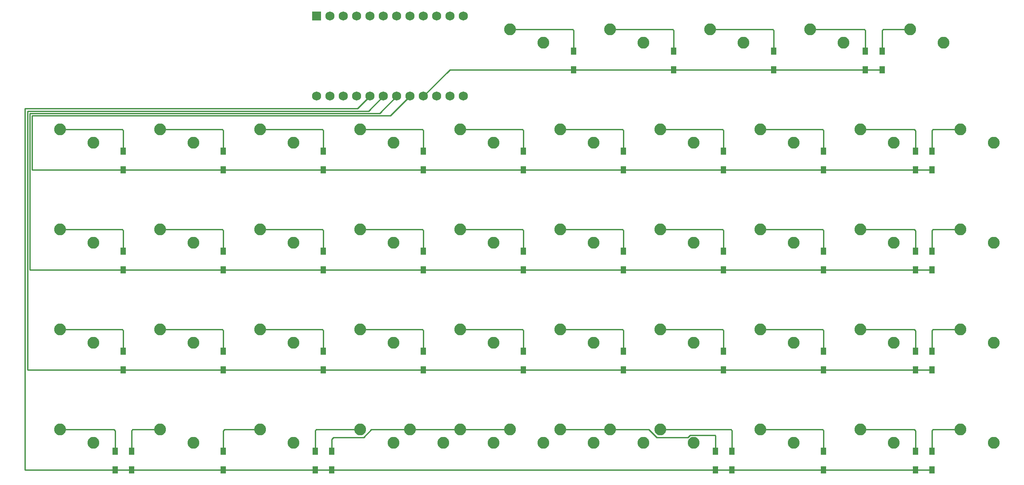
<source format=gtl>
G04 #@! TF.GenerationSoftware,KiCad,Pcbnew,(5.1.4)-1*
G04 #@! TF.CreationDate,2021-09-01T11:25:30-10:00*
G04 #@! TF.ProjectId,oya45,6f796134-352e-46b6-9963-61645f706362,rev?*
G04 #@! TF.SameCoordinates,Original*
G04 #@! TF.FileFunction,Copper,L1,Top*
G04 #@! TF.FilePolarity,Positive*
%FSLAX46Y46*%
G04 Gerber Fmt 4.6, Leading zero omitted, Abs format (unit mm)*
G04 Created by KiCad (PCBNEW (5.1.4)-1) date 2021-09-01 11:25:30*
%MOMM*%
%LPD*%
G04 APERTURE LIST*
%ADD10C,2.250000*%
%ADD11R,1.000000X1.400000*%
%ADD12R,1.752600X1.752600*%
%ADD13C,1.752600*%
%ADD14C,0.254000*%
G04 APERTURE END LIST*
D10*
X99060000Y-111760000D03*
X92710000Y-109220000D03*
X175260000Y-111760000D03*
X168910000Y-109220000D03*
X146685000Y-35560000D03*
X140335000Y-33020000D03*
D11*
X211137500Y-37118750D03*
X211137500Y-40668750D03*
X207962500Y-37118750D03*
X207962500Y-40668750D03*
X190500000Y-37118750D03*
X190500000Y-40668750D03*
X171450000Y-37118750D03*
X171450000Y-40668750D03*
X152400000Y-37118750D03*
X152400000Y-40668750D03*
X220662500Y-113318750D03*
X220662500Y-116868750D03*
X217487500Y-113318750D03*
X217487500Y-116868750D03*
X200025000Y-113318750D03*
X200025000Y-116868750D03*
X182562500Y-113318750D03*
X182562500Y-116868750D03*
X179387500Y-113318750D03*
X179387500Y-116868750D03*
X106362500Y-113318750D03*
X106362500Y-116868750D03*
X103187500Y-113318750D03*
X103187500Y-116868750D03*
X85725000Y-113318750D03*
X85725000Y-116868750D03*
X68262500Y-113318750D03*
X68262500Y-116868750D03*
X65087500Y-113318750D03*
X65087500Y-116868750D03*
X220662500Y-94268750D03*
X220662500Y-97818750D03*
X217487500Y-94268750D03*
X217487500Y-97818750D03*
X200025000Y-94268750D03*
X200025000Y-97818750D03*
X180975000Y-94268750D03*
X180975000Y-97818750D03*
X161925000Y-94268750D03*
X161925000Y-97818750D03*
X142875000Y-94268750D03*
X142875000Y-97818750D03*
X123825000Y-94268750D03*
X123825000Y-97818750D03*
X104775000Y-94268750D03*
X104775000Y-97818750D03*
X85725000Y-94268750D03*
X85725000Y-97818750D03*
X66675000Y-94268750D03*
X66675000Y-97818750D03*
X220662500Y-75218750D03*
X220662500Y-78768750D03*
X217487500Y-75218750D03*
X217487500Y-78768750D03*
X200025000Y-75218750D03*
X200025000Y-78768750D03*
X180975000Y-75218750D03*
X180975000Y-78768750D03*
X161925000Y-75218750D03*
X161925000Y-78768750D03*
X142875000Y-75218750D03*
X142875000Y-78768750D03*
X123825000Y-75218750D03*
X123825000Y-78768750D03*
X104775000Y-75218750D03*
X104775000Y-78768750D03*
X85725000Y-75218750D03*
X85725000Y-78768750D03*
X66675000Y-75218750D03*
X66675000Y-78768750D03*
X220662500Y-56168750D03*
X220662500Y-59718750D03*
X217487500Y-56168750D03*
X217487500Y-59718750D03*
X200025000Y-56168750D03*
X200025000Y-59718750D03*
X180975000Y-56168750D03*
X180975000Y-59718750D03*
X161925000Y-56168750D03*
X161925000Y-59718750D03*
X142875000Y-56168750D03*
X142875000Y-59718750D03*
X123825000Y-56168750D03*
X123825000Y-59718750D03*
X104775000Y-56168750D03*
X104775000Y-59718750D03*
X85725000Y-56168750D03*
X85725000Y-59718750D03*
X66675000Y-56168750D03*
X66675000Y-59718750D03*
D10*
X203835000Y-35560000D03*
X197485000Y-33020000D03*
X222885000Y-35560000D03*
X216535000Y-33020000D03*
D12*
X103505000Y-30480000D03*
D13*
X106045000Y-30480000D03*
X108585000Y-30480000D03*
X111125000Y-30480000D03*
X113665000Y-30480000D03*
X116205000Y-30480000D03*
X118745000Y-30480000D03*
X121285000Y-30480000D03*
X123825000Y-30480000D03*
X126365000Y-30480000D03*
X128905000Y-30480000D03*
X131445000Y-45720000D03*
X128905000Y-45720000D03*
X126365000Y-45720000D03*
X123825000Y-45720000D03*
X121285000Y-45720000D03*
X118745000Y-45720000D03*
X116205000Y-45720000D03*
X113665000Y-45720000D03*
X111125000Y-45720000D03*
X108585000Y-45720000D03*
X106045000Y-45720000D03*
X131445000Y-30480000D03*
X103505000Y-45720000D03*
D10*
X165735000Y-111760000D03*
X159385000Y-109220000D03*
X127635000Y-111760000D03*
X121285000Y-109220000D03*
X140335000Y-109220000D03*
X146685000Y-111760000D03*
X184785000Y-35560000D03*
X178435000Y-33020000D03*
X165735000Y-35560000D03*
X159385000Y-33020000D03*
X232410000Y-111760000D03*
X226060000Y-109220000D03*
X213360000Y-111760000D03*
X207010000Y-109220000D03*
X194310000Y-111760000D03*
X187960000Y-109220000D03*
X156210000Y-111760000D03*
X149860000Y-109220000D03*
X137160000Y-111760000D03*
X130810000Y-109220000D03*
X118110000Y-111760000D03*
X111760000Y-109220000D03*
X80010000Y-111760000D03*
X73660000Y-109220000D03*
X60960000Y-111760000D03*
X54610000Y-109220000D03*
X232410000Y-92710000D03*
X226060000Y-90170000D03*
X213360000Y-92710000D03*
X207010000Y-90170000D03*
X194310000Y-92710000D03*
X187960000Y-90170000D03*
X175260000Y-92710000D03*
X168910000Y-90170000D03*
X156210000Y-92710000D03*
X149860000Y-90170000D03*
X137160000Y-92710000D03*
X130810000Y-90170000D03*
X118110000Y-92710000D03*
X111760000Y-90170000D03*
X99060000Y-92710000D03*
X92710000Y-90170000D03*
X80010000Y-92710000D03*
X73660000Y-90170000D03*
X60960000Y-92710000D03*
X54610000Y-90170000D03*
X232410000Y-73660000D03*
X226060000Y-71120000D03*
X213360000Y-73660000D03*
X207010000Y-71120000D03*
X194310000Y-73660000D03*
X187960000Y-71120000D03*
X175260000Y-73660000D03*
X168910000Y-71120000D03*
X156210000Y-73660000D03*
X149860000Y-71120000D03*
X137160000Y-73660000D03*
X130810000Y-71120000D03*
X118110000Y-73660000D03*
X111760000Y-71120000D03*
X99060000Y-73660000D03*
X92710000Y-71120000D03*
X80010000Y-73660000D03*
X73660000Y-71120000D03*
X60960000Y-73660000D03*
X54610000Y-71120000D03*
X232410000Y-54610000D03*
X226060000Y-52070000D03*
X213360000Y-54610000D03*
X207010000Y-52070000D03*
X194310000Y-54610000D03*
X187960000Y-52070000D03*
X175260000Y-54610000D03*
X168910000Y-52070000D03*
X156210000Y-54610000D03*
X149860000Y-52070000D03*
X137160000Y-54610000D03*
X130810000Y-52070000D03*
X118110000Y-54610000D03*
X111760000Y-52070000D03*
X99060000Y-54610000D03*
X92710000Y-52070000D03*
X80010000Y-54610000D03*
X73660000Y-52070000D03*
X60960000Y-54610000D03*
X54610000Y-52070000D03*
D14*
X67429000Y-59718750D02*
X220662500Y-59718750D01*
X66675000Y-59718750D02*
X67429000Y-59718750D01*
X49326770Y-59718750D02*
X49326770Y-49441040D01*
X66675000Y-59718750D02*
X49326770Y-59718750D01*
X117563960Y-49441040D02*
X121285000Y-45720000D01*
X49326770Y-49441040D02*
X117563960Y-49441040D01*
X66675000Y-53340000D02*
X66675000Y-56168750D01*
X66675000Y-52260500D02*
X66675000Y-53340000D01*
X66484500Y-52070000D02*
X66675000Y-52260500D01*
X54610000Y-52070000D02*
X66484500Y-52070000D01*
X85725000Y-52260500D02*
X85725000Y-53340000D01*
X85534500Y-52070000D02*
X85725000Y-52260500D01*
X73660000Y-52070000D02*
X85534500Y-52070000D01*
X85725000Y-53340000D02*
X85725000Y-56168750D01*
X104775000Y-52260500D02*
X104775000Y-53340000D01*
X104584500Y-52070000D02*
X104775000Y-52260500D01*
X92710000Y-52070000D02*
X104584500Y-52070000D01*
X104775000Y-53340000D02*
X104775000Y-56168750D01*
X123825000Y-52260500D02*
X123825000Y-53340000D01*
X123634500Y-52070000D02*
X123825000Y-52260500D01*
X111760000Y-52070000D02*
X123634500Y-52070000D01*
X123825000Y-53340000D02*
X123825000Y-56168750D01*
X142875000Y-52260500D02*
X142875000Y-53340000D01*
X142684500Y-52070000D02*
X142875000Y-52260500D01*
X130810000Y-52070000D02*
X142684500Y-52070000D01*
X142875000Y-53340000D02*
X142875000Y-56168750D01*
X161925000Y-52260500D02*
X161925000Y-53340000D01*
X161734500Y-52070000D02*
X161925000Y-52260500D01*
X149860000Y-52070000D02*
X161734500Y-52070000D01*
X161925000Y-53340000D02*
X161925000Y-56168750D01*
X180975000Y-52260500D02*
X180975000Y-53340000D01*
X180784500Y-52070000D02*
X180975000Y-52260500D01*
X168910000Y-52070000D02*
X180784500Y-52070000D01*
X180975000Y-53340000D02*
X180975000Y-56168750D01*
X200025000Y-52260500D02*
X200025000Y-53340000D01*
X199834500Y-52070000D02*
X200025000Y-52260500D01*
X187960000Y-52070000D02*
X199834500Y-52070000D01*
X200025000Y-53340000D02*
X200025000Y-56168750D01*
X217297000Y-52070000D02*
X217487500Y-52260500D01*
X207010000Y-52070000D02*
X217297000Y-52070000D01*
X217487500Y-53181250D02*
X217487500Y-56168750D01*
X217487500Y-53181250D02*
X217487500Y-53340000D01*
X217487500Y-52260500D02*
X217487500Y-53181250D01*
X220853000Y-52070000D02*
X220662500Y-52260500D01*
X226060000Y-52070000D02*
X220853000Y-52070000D01*
X220662500Y-53181250D02*
X220662500Y-56168750D01*
X220662500Y-53181250D02*
X220662500Y-53340000D01*
X220662500Y-52260500D02*
X220662500Y-53181250D01*
X66675000Y-78768750D02*
X220662500Y-78768750D01*
X48872760Y-78768750D02*
X48872760Y-48987030D01*
X66675000Y-78768750D02*
X48872760Y-78768750D01*
X115477970Y-48987030D02*
X118745000Y-45720000D01*
X48872760Y-48987030D02*
X115477970Y-48987030D01*
X66675000Y-71310500D02*
X66675000Y-72390000D01*
X66484500Y-71120000D02*
X66675000Y-71310500D01*
X54610000Y-71120000D02*
X66484500Y-71120000D01*
X66675000Y-72390000D02*
X66675000Y-75218750D01*
X85725000Y-71310500D02*
X85725000Y-72390000D01*
X85534500Y-71120000D02*
X85725000Y-71310500D01*
X73660000Y-71120000D02*
X85534500Y-71120000D01*
X85725000Y-72390000D02*
X85725000Y-75218750D01*
X104775000Y-71310500D02*
X104775000Y-72390000D01*
X104584500Y-71120000D02*
X104775000Y-71310500D01*
X92710000Y-71120000D02*
X104584500Y-71120000D01*
X104775000Y-72390000D02*
X104775000Y-75218750D01*
X123825000Y-71310500D02*
X123825000Y-72390000D01*
X123634500Y-71120000D02*
X123825000Y-71310500D01*
X111760000Y-71120000D02*
X123634500Y-71120000D01*
X123825000Y-72390000D02*
X123825000Y-75218750D01*
X142875000Y-71310500D02*
X142875000Y-72390000D01*
X142684500Y-71120000D02*
X142875000Y-71310500D01*
X130810000Y-71120000D02*
X142684500Y-71120000D01*
X142875000Y-72390000D02*
X142875000Y-75218750D01*
X161925000Y-71310500D02*
X161925000Y-72390000D01*
X161734500Y-71120000D02*
X161925000Y-71310500D01*
X149860000Y-71120000D02*
X161734500Y-71120000D01*
X161925000Y-72390000D02*
X161925000Y-75218750D01*
X180975000Y-71310500D02*
X180975000Y-72390000D01*
X180784500Y-71120000D02*
X180975000Y-71310500D01*
X168910000Y-71120000D02*
X180784500Y-71120000D01*
X180975000Y-72390000D02*
X180975000Y-75218750D01*
X199834500Y-71120000D02*
X200025000Y-71310500D01*
X187960000Y-71120000D02*
X199834500Y-71120000D01*
X200025000Y-72231250D02*
X200025000Y-75218750D01*
X200025000Y-72231250D02*
X200025000Y-72390000D01*
X200025000Y-71310500D02*
X200025000Y-72231250D01*
X217297000Y-71120000D02*
X217487500Y-71310500D01*
X207010000Y-71120000D02*
X217297000Y-71120000D01*
X217487500Y-72231250D02*
X217487500Y-75218750D01*
X217487500Y-72231250D02*
X217487500Y-72390000D01*
X217487500Y-71310500D02*
X217487500Y-72231250D01*
X220662500Y-71310500D02*
X220662500Y-72390000D01*
X220853000Y-71120000D02*
X220662500Y-71310500D01*
X226060000Y-71120000D02*
X220853000Y-71120000D01*
X220662500Y-72390000D02*
X220662500Y-75218750D01*
X67429000Y-97818750D02*
X220662500Y-97818750D01*
X66675000Y-97818750D02*
X67429000Y-97818750D01*
X48418750Y-97818750D02*
X48418750Y-48533020D01*
X48418750Y-97818750D02*
X66675000Y-97818750D01*
X113391980Y-48533020D02*
X116205000Y-45720000D01*
X48418750Y-48533020D02*
X113391980Y-48533020D01*
X66675000Y-90360500D02*
X66675000Y-91440000D01*
X66484500Y-90170000D02*
X66675000Y-90360500D01*
X54610000Y-90170000D02*
X66484500Y-90170000D01*
X66675000Y-91440000D02*
X66675000Y-94268750D01*
X85725000Y-90360500D02*
X85725000Y-91440000D01*
X85534500Y-90170000D02*
X85725000Y-90360500D01*
X73660000Y-90170000D02*
X85534500Y-90170000D01*
X85725000Y-91440000D02*
X85725000Y-94268750D01*
X104775000Y-90360500D02*
X104775000Y-91440000D01*
X104584500Y-90170000D02*
X104775000Y-90360500D01*
X92710000Y-90170000D02*
X104584500Y-90170000D01*
X104775000Y-91440000D02*
X104775000Y-94268750D01*
X123825000Y-90360500D02*
X123825000Y-91440000D01*
X123634500Y-90170000D02*
X123825000Y-90360500D01*
X111760000Y-90170000D02*
X123634500Y-90170000D01*
X123825000Y-91440000D02*
X123825000Y-94268750D01*
X142875000Y-90360500D02*
X142875000Y-91440000D01*
X142684500Y-90170000D02*
X142875000Y-90360500D01*
X130810000Y-90170000D02*
X142684500Y-90170000D01*
X142875000Y-91440000D02*
X142875000Y-94268750D01*
X161734500Y-90170000D02*
X161925000Y-90360500D01*
X149860000Y-90170000D02*
X161734500Y-90170000D01*
X161925000Y-91281250D02*
X161925000Y-94268750D01*
X161925000Y-91281250D02*
X161925000Y-91440000D01*
X161925000Y-90360500D02*
X161925000Y-91281250D01*
X180975000Y-90360500D02*
X180975000Y-91440000D01*
X180784500Y-90170000D02*
X180975000Y-90360500D01*
X168910000Y-90170000D02*
X180784500Y-90170000D01*
X180975000Y-91440000D02*
X180975000Y-94268750D01*
X200025000Y-90360500D02*
X200025000Y-91440000D01*
X199834500Y-90170000D02*
X200025000Y-90360500D01*
X187960000Y-90170000D02*
X199834500Y-90170000D01*
X200025000Y-91440000D02*
X200025000Y-94268750D01*
X217487500Y-90360500D02*
X217487500Y-91440000D01*
X217297000Y-90170000D02*
X217487500Y-90360500D01*
X207010000Y-90170000D02*
X217297000Y-90170000D01*
X217487500Y-91440000D02*
X217487500Y-94268750D01*
X220662500Y-90360500D02*
X220662500Y-91440000D01*
X220853000Y-90170000D02*
X220662500Y-90360500D01*
X226060000Y-90170000D02*
X220853000Y-90170000D01*
X220662500Y-91440000D02*
X220662500Y-94268750D01*
X65841500Y-116868750D02*
X220662500Y-116868750D01*
X65087500Y-116868750D02*
X65841500Y-116868750D01*
X111305990Y-48079010D02*
X113665000Y-45720000D01*
X65087500Y-116868750D02*
X47967351Y-116868750D01*
X47964740Y-48079010D02*
X111305990Y-48079010D01*
X47964740Y-116866139D02*
X47967351Y-116868750D01*
X47964740Y-48079010D02*
X47964740Y-116866139D01*
X65087500Y-109410500D02*
X65087500Y-110490000D01*
X54610000Y-109220000D02*
X64897000Y-109220000D01*
X65087500Y-110490000D02*
X65087500Y-113318750D01*
X64897000Y-109220000D02*
X65087500Y-109410500D01*
X68262500Y-109410500D02*
X68262500Y-110490000D01*
X68453000Y-109220000D02*
X68262500Y-109410500D01*
X73660000Y-109220000D02*
X68453000Y-109220000D01*
X68262500Y-110490000D02*
X68262500Y-113318750D01*
X85725000Y-109410500D02*
X85725000Y-110490000D01*
X85915500Y-109220000D02*
X85725000Y-109410500D01*
X92710000Y-109220000D02*
X85915500Y-109220000D01*
X85725000Y-110490000D02*
X85725000Y-113318750D01*
X111760000Y-109220000D02*
X103378000Y-109220000D01*
X103187500Y-109410500D02*
X103187500Y-110490000D01*
X103187500Y-110490000D02*
X103187500Y-113318750D01*
X103378000Y-109220000D02*
X103187500Y-109410500D01*
X140335000Y-109220000D02*
X121285000Y-109220000D01*
X113908962Y-109220000D02*
X121285000Y-109220000D01*
X113908962Y-109220000D02*
X112456961Y-110672001D01*
X112456961Y-110672001D02*
X106703251Y-110672001D01*
X106362500Y-111012752D02*
X106362500Y-113318750D01*
X106703251Y-110672001D02*
X106362500Y-111012752D01*
X151450990Y-109220000D02*
X159385000Y-109220000D01*
X149860000Y-109220000D02*
X151450990Y-109220000D01*
X179387500Y-110331250D02*
X179387500Y-113318750D01*
X174563039Y-110307999D02*
X179364249Y-110307999D01*
X174199037Y-110672001D02*
X174563039Y-110307999D01*
X179364249Y-110307999D02*
X179387500Y-110331250D01*
X168213039Y-110672001D02*
X174199037Y-110672001D01*
X159385000Y-109220000D02*
X166761038Y-109220000D01*
X166761038Y-109220000D02*
X168213039Y-110672001D01*
X182562500Y-109410500D02*
X182562500Y-110490000D01*
X182372000Y-109220000D02*
X182562500Y-109410500D01*
X168910000Y-109220000D02*
X182372000Y-109220000D01*
X182562500Y-110490000D02*
X182562500Y-113318750D01*
X200025000Y-109410500D02*
X200025000Y-110490000D01*
X199834500Y-109220000D02*
X200025000Y-109410500D01*
X187960000Y-109220000D02*
X199834500Y-109220000D01*
X200025000Y-110490000D02*
X200025000Y-113318750D01*
X217487500Y-109410500D02*
X217487500Y-110490000D01*
X217297000Y-109220000D02*
X217487500Y-109410500D01*
X207010000Y-109220000D02*
X217297000Y-109220000D01*
X217487500Y-110490000D02*
X217487500Y-113318750D01*
X220662500Y-109410500D02*
X220662500Y-110490000D01*
X220853000Y-109220000D02*
X220662500Y-109410500D01*
X226060000Y-109220000D02*
X220853000Y-109220000D01*
X220662500Y-110490000D02*
X220662500Y-113318750D01*
X153154000Y-40668750D02*
X211137500Y-40668750D01*
X152400000Y-40668750D02*
X153154000Y-40668750D01*
X128876250Y-40668750D02*
X123825000Y-45720000D01*
X152400000Y-40668750D02*
X128876250Y-40668750D01*
X152400000Y-33210500D02*
X152400000Y-34290000D01*
X152209500Y-33020000D02*
X152400000Y-33210500D01*
X140335000Y-33020000D02*
X152209500Y-33020000D01*
X152400000Y-34290000D02*
X152400000Y-37118750D01*
X171450000Y-33210500D02*
X171450000Y-34290000D01*
X171259500Y-33020000D02*
X171450000Y-33210500D01*
X159385000Y-33020000D02*
X171259500Y-33020000D01*
X171450000Y-34290000D02*
X171450000Y-37118750D01*
X190500000Y-33210500D02*
X190500000Y-34290000D01*
X190309500Y-33020000D02*
X190500000Y-33210500D01*
X178435000Y-33020000D02*
X190309500Y-33020000D01*
X190500000Y-34290000D02*
X190500000Y-37118750D01*
X207962500Y-33210500D02*
X207962500Y-34290000D01*
X207772000Y-33020000D02*
X207962500Y-33210500D01*
X197485000Y-33020000D02*
X207772000Y-33020000D01*
X207962500Y-34290000D02*
X207962500Y-37118750D01*
X211137500Y-33210500D02*
X211137500Y-34290000D01*
X211328000Y-33020000D02*
X211137500Y-33210500D01*
X216535000Y-33020000D02*
X211328000Y-33020000D01*
X211137500Y-34290000D02*
X211137500Y-37118750D01*
M02*

</source>
